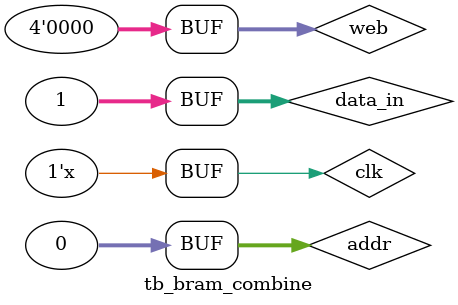
<source format=v>
`timescale 100ns/10ns

module tb_bram_combine ();
    reg clk;

    
    reg [31:0]addr;
    reg [31:0]data_in;
    reg [3:0]web;


    wire [5:0] DEBUG_STATE;

    

    /* Check the name of your module 'CS411_task1_wrapper'. */
    /* If your module name differ form 'CS411_task1_wrapper', you have to change below name. */ 
    design_1_wrapper aaa (
        .clk(clk),

        .addr(addr),
        .data_in(data_in),
        .web(web),
        .DEBUG_state(DEBUG_STATE)
    );

    initial begin
        clk = 1;
        addr = 0;
        data_in = 0;
        web = 0;
        #10
        web=4'b1111;
        #1
        addr=0; 
        data_in=1; //MODE 0

        #1
        /* set inputs in A, W BRAM */
        web = 4'b0000;

      
      
    end
  
  always #0.5 clk = !clk;
endmodule

</source>
